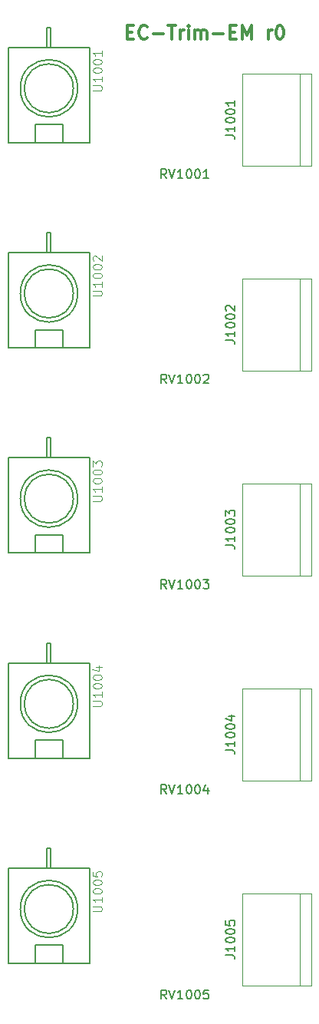
<source format=gbr>
G04 #@! TF.GenerationSoftware,KiCad,Pcbnew,(5.0.1-3-g963ef8bb5)*
G04 #@! TF.CreationDate,2019-10-31T13:33:25-05:00*
G04 #@! TF.ProjectId,ec_trim_12hp_module,65635F7472696D5F313268705F6D6F64,rev?*
G04 #@! TF.SameCoordinates,Original*
G04 #@! TF.FileFunction,Legend,Top*
G04 #@! TF.FilePolarity,Positive*
%FSLAX46Y46*%
G04 Gerber Fmt 4.6, Leading zero omitted, Abs format (unit mm)*
G04 Created by KiCad (PCBNEW (5.0.1-3-g963ef8bb5)) date Thursday, October 31, 2019 at 01:33:25 PM*
%MOMM*%
%LPD*%
G01*
G04 APERTURE LIST*
%ADD10C,0.300000*%
%ADD11C,0.120000*%
%ADD12C,0.127000*%
%ADD13C,0.150000*%
%ADD14C,0.050000*%
G04 APERTURE END LIST*
D10*
X91087857Y-41548857D02*
X91587857Y-41548857D01*
X91802142Y-42334571D02*
X91087857Y-42334571D01*
X91087857Y-40834571D01*
X91802142Y-40834571D01*
X93302142Y-42191714D02*
X93230714Y-42263142D01*
X93016428Y-42334571D01*
X92873571Y-42334571D01*
X92659285Y-42263142D01*
X92516428Y-42120285D01*
X92445000Y-41977428D01*
X92373571Y-41691714D01*
X92373571Y-41477428D01*
X92445000Y-41191714D01*
X92516428Y-41048857D01*
X92659285Y-40906000D01*
X92873571Y-40834571D01*
X93016428Y-40834571D01*
X93230714Y-40906000D01*
X93302142Y-40977428D01*
X93945000Y-41763142D02*
X95087857Y-41763142D01*
X95587857Y-40834571D02*
X96445000Y-40834571D01*
X96016428Y-42334571D02*
X96016428Y-40834571D01*
X96945000Y-42334571D02*
X96945000Y-41334571D01*
X96945000Y-41620285D02*
X97016428Y-41477428D01*
X97087857Y-41406000D01*
X97230714Y-41334571D01*
X97373571Y-41334571D01*
X97873571Y-42334571D02*
X97873571Y-41334571D01*
X97873571Y-40834571D02*
X97802142Y-40906000D01*
X97873571Y-40977428D01*
X97945000Y-40906000D01*
X97873571Y-40834571D01*
X97873571Y-40977428D01*
X98587857Y-42334571D02*
X98587857Y-41334571D01*
X98587857Y-41477428D02*
X98659285Y-41406000D01*
X98802142Y-41334571D01*
X99016428Y-41334571D01*
X99159285Y-41406000D01*
X99230714Y-41548857D01*
X99230714Y-42334571D01*
X99230714Y-41548857D02*
X99302142Y-41406000D01*
X99445000Y-41334571D01*
X99659285Y-41334571D01*
X99802142Y-41406000D01*
X99873571Y-41548857D01*
X99873571Y-42334571D01*
X100587857Y-41763142D02*
X101730714Y-41763142D01*
X102445000Y-41548857D02*
X102945000Y-41548857D01*
X103159285Y-42334571D02*
X102445000Y-42334571D01*
X102445000Y-40834571D01*
X103159285Y-40834571D01*
X103802142Y-42334571D02*
X103802142Y-40834571D01*
X104302142Y-41906000D01*
X104802142Y-40834571D01*
X104802142Y-42334571D01*
X106659285Y-42334571D02*
X106659285Y-41334571D01*
X106659285Y-41620285D02*
X106730714Y-41477428D01*
X106802142Y-41406000D01*
X106945000Y-41334571D01*
X107087857Y-41334571D01*
X107873571Y-40834571D02*
X108016428Y-40834571D01*
X108159285Y-40906000D01*
X108230714Y-40977428D01*
X108302142Y-41120285D01*
X108373571Y-41406000D01*
X108373571Y-41763142D01*
X108302142Y-42048857D01*
X108230714Y-42191714D01*
X108159285Y-42263142D01*
X108016428Y-42334571D01*
X107873571Y-42334571D01*
X107730714Y-42263142D01*
X107659285Y-42191714D01*
X107587857Y-42048857D01*
X107516428Y-41763142D01*
X107516428Y-41406000D01*
X107587857Y-41120285D01*
X107659285Y-40977428D01*
X107730714Y-40906000D01*
X107873571Y-40834571D01*
D11*
G04 #@! TO.C,J1004*
X111411000Y-124079000D02*
X111411000Y-113919000D01*
X103791000Y-124079000D02*
X111411000Y-124079000D01*
X103791000Y-113919000D02*
X103791000Y-124079000D01*
X111411000Y-113919000D02*
X103791000Y-113919000D01*
X110141000Y-113919000D02*
X110141000Y-124079000D01*
G04 #@! TO.C,J1005*
X110141000Y-136525000D02*
X110141000Y-146685000D01*
X111411000Y-136525000D02*
X103791000Y-136525000D01*
X103791000Y-136525000D02*
X103791000Y-146685000D01*
X103791000Y-146685000D02*
X111411000Y-146685000D01*
X111411000Y-146685000D02*
X111411000Y-136525000D01*
G04 #@! TO.C,J1002*
X111411000Y-78867000D02*
X111411000Y-68707000D01*
X103791000Y-78867000D02*
X111411000Y-78867000D01*
X103791000Y-68707000D02*
X103791000Y-78867000D01*
X111411000Y-68707000D02*
X103791000Y-68707000D01*
X110141000Y-68707000D02*
X110141000Y-78867000D01*
G04 #@! TO.C,J1003*
X110141000Y-91313000D02*
X110141000Y-101473000D01*
X111411000Y-91313000D02*
X103791000Y-91313000D01*
X103791000Y-91313000D02*
X103791000Y-101473000D01*
X103791000Y-101473000D02*
X111411000Y-101473000D01*
X111411000Y-101473000D02*
X111411000Y-91313000D01*
D12*
G04 #@! TO.C,U1004*
X82255000Y-108944250D02*
X82255000Y-111144250D01*
X82655000Y-108944250D02*
X82255000Y-108944250D01*
X82655000Y-111044250D02*
X82655000Y-108944250D01*
X85145720Y-115644250D02*
G75*
G03X85145720Y-115644250I-2690720J0D01*
G01*
X80955000Y-119644250D02*
X80955000Y-121644250D01*
X83955000Y-119644250D02*
X80955000Y-119644250D01*
X83955000Y-121644250D02*
X83955000Y-119644250D01*
X85617280Y-115644250D02*
G75*
G03X85617280Y-115644250I-3162280J0D01*
G01*
X77955000Y-111144250D02*
X77955000Y-121644250D01*
X82255000Y-111144250D02*
X77955000Y-111144250D01*
X86955000Y-111144250D02*
X82255000Y-111144250D01*
X86955000Y-121644250D02*
X86955000Y-111144250D01*
X80955000Y-121644250D02*
X77955000Y-121644250D01*
X83955000Y-121644250D02*
X80955000Y-121644250D01*
X86955000Y-121644250D02*
X83955000Y-121644250D01*
G04 #@! TO.C,U1005*
X86955000Y-144275000D02*
X83955000Y-144275000D01*
X83955000Y-144275000D02*
X80955000Y-144275000D01*
X80955000Y-144275000D02*
X77955000Y-144275000D01*
X86955000Y-144275000D02*
X86955000Y-133775000D01*
X86955000Y-133775000D02*
X82255000Y-133775000D01*
X82255000Y-133775000D02*
X77955000Y-133775000D01*
X77955000Y-133775000D02*
X77955000Y-144275000D01*
X85617280Y-138275000D02*
G75*
G03X85617280Y-138275000I-3162280J0D01*
G01*
X83955000Y-144275000D02*
X83955000Y-142275000D01*
X83955000Y-142275000D02*
X80955000Y-142275000D01*
X80955000Y-142275000D02*
X80955000Y-144275000D01*
X85145720Y-138275000D02*
G75*
G03X85145720Y-138275000I-2690720J0D01*
G01*
X82655000Y-133675000D02*
X82655000Y-131575000D01*
X82655000Y-131575000D02*
X82255000Y-131575000D01*
X82255000Y-131575000D02*
X82255000Y-133775000D01*
G04 #@! TO.C,U1002*
X82255000Y-63682750D02*
X82255000Y-65882750D01*
X82655000Y-63682750D02*
X82255000Y-63682750D01*
X82655000Y-65782750D02*
X82655000Y-63682750D01*
X85145720Y-70382750D02*
G75*
G03X85145720Y-70382750I-2690720J0D01*
G01*
X80955000Y-74382750D02*
X80955000Y-76382750D01*
X83955000Y-74382750D02*
X80955000Y-74382750D01*
X83955000Y-76382750D02*
X83955000Y-74382750D01*
X85617280Y-70382750D02*
G75*
G03X85617280Y-70382750I-3162280J0D01*
G01*
X77955000Y-65882750D02*
X77955000Y-76382750D01*
X82255000Y-65882750D02*
X77955000Y-65882750D01*
X86955000Y-65882750D02*
X82255000Y-65882750D01*
X86955000Y-76382750D02*
X86955000Y-65882750D01*
X80955000Y-76382750D02*
X77955000Y-76382750D01*
X83955000Y-76382750D02*
X80955000Y-76382750D01*
X86955000Y-76382750D02*
X83955000Y-76382750D01*
G04 #@! TO.C,U1003*
X86955000Y-99013500D02*
X83955000Y-99013500D01*
X83955000Y-99013500D02*
X80955000Y-99013500D01*
X80955000Y-99013500D02*
X77955000Y-99013500D01*
X86955000Y-99013500D02*
X86955000Y-88513500D01*
X86955000Y-88513500D02*
X82255000Y-88513500D01*
X82255000Y-88513500D02*
X77955000Y-88513500D01*
X77955000Y-88513500D02*
X77955000Y-99013500D01*
X85617280Y-93013500D02*
G75*
G03X85617280Y-93013500I-3162280J0D01*
G01*
X83955000Y-99013500D02*
X83955000Y-97013500D01*
X83955000Y-97013500D02*
X80955000Y-97013500D01*
X80955000Y-97013500D02*
X80955000Y-99013500D01*
X85145720Y-93013500D02*
G75*
G03X85145720Y-93013500I-2690720J0D01*
G01*
X82655000Y-88413500D02*
X82655000Y-86313500D01*
X82655000Y-86313500D02*
X82255000Y-86313500D01*
X82255000Y-86313500D02*
X82255000Y-88513500D01*
D11*
G04 #@! TO.C,J1001*
X110141000Y-46101000D02*
X110141000Y-56261000D01*
X111411000Y-46101000D02*
X103791000Y-46101000D01*
X103791000Y-46101000D02*
X103791000Y-56261000D01*
X103791000Y-56261000D02*
X111411000Y-56261000D01*
X111411000Y-56261000D02*
X111411000Y-46101000D01*
D12*
G04 #@! TO.C,U1001*
X86955000Y-53752000D02*
X83955000Y-53752000D01*
X83955000Y-53752000D02*
X80955000Y-53752000D01*
X80955000Y-53752000D02*
X77955000Y-53752000D01*
X86955000Y-53752000D02*
X86955000Y-43252000D01*
X86955000Y-43252000D02*
X82255000Y-43252000D01*
X82255000Y-43252000D02*
X77955000Y-43252000D01*
X77955000Y-43252000D02*
X77955000Y-53752000D01*
X85617280Y-47752000D02*
G75*
G03X85617280Y-47752000I-3162280J0D01*
G01*
X83955000Y-53752000D02*
X83955000Y-51752000D01*
X83955000Y-51752000D02*
X80955000Y-51752000D01*
X80955000Y-51752000D02*
X80955000Y-53752000D01*
X85145720Y-47752000D02*
G75*
G03X85145720Y-47752000I-2690720J0D01*
G01*
X82655000Y-43152000D02*
X82655000Y-41052000D01*
X82655000Y-41052000D02*
X82255000Y-41052000D01*
X82255000Y-41052000D02*
X82255000Y-43252000D01*
G04 #@! TO.C,J1004*
D13*
X101973380Y-120760904D02*
X102687666Y-120760904D01*
X102830523Y-120808523D01*
X102925761Y-120903761D01*
X102973380Y-121046619D01*
X102973380Y-121141857D01*
X102973380Y-119760904D02*
X102973380Y-120332333D01*
X102973380Y-120046619D02*
X101973380Y-120046619D01*
X102116238Y-120141857D01*
X102211476Y-120237095D01*
X102259095Y-120332333D01*
X101973380Y-119141857D02*
X101973380Y-119046619D01*
X102021000Y-118951380D01*
X102068619Y-118903761D01*
X102163857Y-118856142D01*
X102354333Y-118808523D01*
X102592428Y-118808523D01*
X102782904Y-118856142D01*
X102878142Y-118903761D01*
X102925761Y-118951380D01*
X102973380Y-119046619D01*
X102973380Y-119141857D01*
X102925761Y-119237095D01*
X102878142Y-119284714D01*
X102782904Y-119332333D01*
X102592428Y-119379952D01*
X102354333Y-119379952D01*
X102163857Y-119332333D01*
X102068619Y-119284714D01*
X102021000Y-119237095D01*
X101973380Y-119141857D01*
X101973380Y-118189476D02*
X101973380Y-118094238D01*
X102021000Y-117999000D01*
X102068619Y-117951380D01*
X102163857Y-117903761D01*
X102354333Y-117856142D01*
X102592428Y-117856142D01*
X102782904Y-117903761D01*
X102878142Y-117951380D01*
X102925761Y-117999000D01*
X102973380Y-118094238D01*
X102973380Y-118189476D01*
X102925761Y-118284714D01*
X102878142Y-118332333D01*
X102782904Y-118379952D01*
X102592428Y-118427571D01*
X102354333Y-118427571D01*
X102163857Y-118379952D01*
X102068619Y-118332333D01*
X102021000Y-118284714D01*
X101973380Y-118189476D01*
X102306714Y-116999000D02*
X102973380Y-116999000D01*
X101925761Y-117237095D02*
X102640047Y-117475190D01*
X102640047Y-116856142D01*
G04 #@! TO.C,J1005*
X101973380Y-143366904D02*
X102687666Y-143366904D01*
X102830523Y-143414523D01*
X102925761Y-143509761D01*
X102973380Y-143652619D01*
X102973380Y-143747857D01*
X102973380Y-142366904D02*
X102973380Y-142938333D01*
X102973380Y-142652619D02*
X101973380Y-142652619D01*
X102116238Y-142747857D01*
X102211476Y-142843095D01*
X102259095Y-142938333D01*
X101973380Y-141747857D02*
X101973380Y-141652619D01*
X102021000Y-141557380D01*
X102068619Y-141509761D01*
X102163857Y-141462142D01*
X102354333Y-141414523D01*
X102592428Y-141414523D01*
X102782904Y-141462142D01*
X102878142Y-141509761D01*
X102925761Y-141557380D01*
X102973380Y-141652619D01*
X102973380Y-141747857D01*
X102925761Y-141843095D01*
X102878142Y-141890714D01*
X102782904Y-141938333D01*
X102592428Y-141985952D01*
X102354333Y-141985952D01*
X102163857Y-141938333D01*
X102068619Y-141890714D01*
X102021000Y-141843095D01*
X101973380Y-141747857D01*
X101973380Y-140795476D02*
X101973380Y-140700238D01*
X102021000Y-140605000D01*
X102068619Y-140557380D01*
X102163857Y-140509761D01*
X102354333Y-140462142D01*
X102592428Y-140462142D01*
X102782904Y-140509761D01*
X102878142Y-140557380D01*
X102925761Y-140605000D01*
X102973380Y-140700238D01*
X102973380Y-140795476D01*
X102925761Y-140890714D01*
X102878142Y-140938333D01*
X102782904Y-140985952D01*
X102592428Y-141033571D01*
X102354333Y-141033571D01*
X102163857Y-140985952D01*
X102068619Y-140938333D01*
X102021000Y-140890714D01*
X101973380Y-140795476D01*
X101973380Y-139557380D02*
X101973380Y-140033571D01*
X102449571Y-140081190D01*
X102401952Y-140033571D01*
X102354333Y-139938333D01*
X102354333Y-139700238D01*
X102401952Y-139605000D01*
X102449571Y-139557380D01*
X102544809Y-139509761D01*
X102782904Y-139509761D01*
X102878142Y-139557380D01*
X102925761Y-139605000D01*
X102973380Y-139700238D01*
X102973380Y-139938333D01*
X102925761Y-140033571D01*
X102878142Y-140081190D01*
G04 #@! TO.C,RV1002*
X95431190Y-80302130D02*
X95097857Y-79825940D01*
X94859761Y-80302130D02*
X94859761Y-79302130D01*
X95240714Y-79302130D01*
X95335952Y-79349750D01*
X95383571Y-79397369D01*
X95431190Y-79492607D01*
X95431190Y-79635464D01*
X95383571Y-79730702D01*
X95335952Y-79778321D01*
X95240714Y-79825940D01*
X94859761Y-79825940D01*
X95716904Y-79302130D02*
X96050238Y-80302130D01*
X96383571Y-79302130D01*
X97240714Y-80302130D02*
X96669285Y-80302130D01*
X96955000Y-80302130D02*
X96955000Y-79302130D01*
X96859761Y-79444988D01*
X96764523Y-79540226D01*
X96669285Y-79587845D01*
X97859761Y-79302130D02*
X97955000Y-79302130D01*
X98050238Y-79349750D01*
X98097857Y-79397369D01*
X98145476Y-79492607D01*
X98193095Y-79683083D01*
X98193095Y-79921178D01*
X98145476Y-80111654D01*
X98097857Y-80206892D01*
X98050238Y-80254511D01*
X97955000Y-80302130D01*
X97859761Y-80302130D01*
X97764523Y-80254511D01*
X97716904Y-80206892D01*
X97669285Y-80111654D01*
X97621666Y-79921178D01*
X97621666Y-79683083D01*
X97669285Y-79492607D01*
X97716904Y-79397369D01*
X97764523Y-79349750D01*
X97859761Y-79302130D01*
X98812142Y-79302130D02*
X98907380Y-79302130D01*
X99002619Y-79349750D01*
X99050238Y-79397369D01*
X99097857Y-79492607D01*
X99145476Y-79683083D01*
X99145476Y-79921178D01*
X99097857Y-80111654D01*
X99050238Y-80206892D01*
X99002619Y-80254511D01*
X98907380Y-80302130D01*
X98812142Y-80302130D01*
X98716904Y-80254511D01*
X98669285Y-80206892D01*
X98621666Y-80111654D01*
X98574047Y-79921178D01*
X98574047Y-79683083D01*
X98621666Y-79492607D01*
X98669285Y-79397369D01*
X98716904Y-79349750D01*
X98812142Y-79302130D01*
X99526428Y-79397369D02*
X99574047Y-79349750D01*
X99669285Y-79302130D01*
X99907380Y-79302130D01*
X100002619Y-79349750D01*
X100050238Y-79397369D01*
X100097857Y-79492607D01*
X100097857Y-79587845D01*
X100050238Y-79730702D01*
X99478809Y-80302130D01*
X100097857Y-80302130D01*
G04 #@! TO.C,RV1004*
X95431190Y-125563630D02*
X95097857Y-125087440D01*
X94859761Y-125563630D02*
X94859761Y-124563630D01*
X95240714Y-124563630D01*
X95335952Y-124611250D01*
X95383571Y-124658869D01*
X95431190Y-124754107D01*
X95431190Y-124896964D01*
X95383571Y-124992202D01*
X95335952Y-125039821D01*
X95240714Y-125087440D01*
X94859761Y-125087440D01*
X95716904Y-124563630D02*
X96050238Y-125563630D01*
X96383571Y-124563630D01*
X97240714Y-125563630D02*
X96669285Y-125563630D01*
X96955000Y-125563630D02*
X96955000Y-124563630D01*
X96859761Y-124706488D01*
X96764523Y-124801726D01*
X96669285Y-124849345D01*
X97859761Y-124563630D02*
X97955000Y-124563630D01*
X98050238Y-124611250D01*
X98097857Y-124658869D01*
X98145476Y-124754107D01*
X98193095Y-124944583D01*
X98193095Y-125182678D01*
X98145476Y-125373154D01*
X98097857Y-125468392D01*
X98050238Y-125516011D01*
X97955000Y-125563630D01*
X97859761Y-125563630D01*
X97764523Y-125516011D01*
X97716904Y-125468392D01*
X97669285Y-125373154D01*
X97621666Y-125182678D01*
X97621666Y-124944583D01*
X97669285Y-124754107D01*
X97716904Y-124658869D01*
X97764523Y-124611250D01*
X97859761Y-124563630D01*
X98812142Y-124563630D02*
X98907380Y-124563630D01*
X99002619Y-124611250D01*
X99050238Y-124658869D01*
X99097857Y-124754107D01*
X99145476Y-124944583D01*
X99145476Y-125182678D01*
X99097857Y-125373154D01*
X99050238Y-125468392D01*
X99002619Y-125516011D01*
X98907380Y-125563630D01*
X98812142Y-125563630D01*
X98716904Y-125516011D01*
X98669285Y-125468392D01*
X98621666Y-125373154D01*
X98574047Y-125182678D01*
X98574047Y-124944583D01*
X98621666Y-124754107D01*
X98669285Y-124658869D01*
X98716904Y-124611250D01*
X98812142Y-124563630D01*
X100002619Y-124896964D02*
X100002619Y-125563630D01*
X99764523Y-124516011D02*
X99526428Y-125230297D01*
X100145476Y-125230297D01*
G04 #@! TO.C,RV1005*
X95431190Y-148194380D02*
X95097857Y-147718190D01*
X94859761Y-148194380D02*
X94859761Y-147194380D01*
X95240714Y-147194380D01*
X95335952Y-147242000D01*
X95383571Y-147289619D01*
X95431190Y-147384857D01*
X95431190Y-147527714D01*
X95383571Y-147622952D01*
X95335952Y-147670571D01*
X95240714Y-147718190D01*
X94859761Y-147718190D01*
X95716904Y-147194380D02*
X96050238Y-148194380D01*
X96383571Y-147194380D01*
X97240714Y-148194380D02*
X96669285Y-148194380D01*
X96955000Y-148194380D02*
X96955000Y-147194380D01*
X96859761Y-147337238D01*
X96764523Y-147432476D01*
X96669285Y-147480095D01*
X97859761Y-147194380D02*
X97955000Y-147194380D01*
X98050238Y-147242000D01*
X98097857Y-147289619D01*
X98145476Y-147384857D01*
X98193095Y-147575333D01*
X98193095Y-147813428D01*
X98145476Y-148003904D01*
X98097857Y-148099142D01*
X98050238Y-148146761D01*
X97955000Y-148194380D01*
X97859761Y-148194380D01*
X97764523Y-148146761D01*
X97716904Y-148099142D01*
X97669285Y-148003904D01*
X97621666Y-147813428D01*
X97621666Y-147575333D01*
X97669285Y-147384857D01*
X97716904Y-147289619D01*
X97764523Y-147242000D01*
X97859761Y-147194380D01*
X98812142Y-147194380D02*
X98907380Y-147194380D01*
X99002619Y-147242000D01*
X99050238Y-147289619D01*
X99097857Y-147384857D01*
X99145476Y-147575333D01*
X99145476Y-147813428D01*
X99097857Y-148003904D01*
X99050238Y-148099142D01*
X99002619Y-148146761D01*
X98907380Y-148194380D01*
X98812142Y-148194380D01*
X98716904Y-148146761D01*
X98669285Y-148099142D01*
X98621666Y-148003904D01*
X98574047Y-147813428D01*
X98574047Y-147575333D01*
X98621666Y-147384857D01*
X98669285Y-147289619D01*
X98716904Y-147242000D01*
X98812142Y-147194380D01*
X100050238Y-147194380D02*
X99574047Y-147194380D01*
X99526428Y-147670571D01*
X99574047Y-147622952D01*
X99669285Y-147575333D01*
X99907380Y-147575333D01*
X100002619Y-147622952D01*
X100050238Y-147670571D01*
X100097857Y-147765809D01*
X100097857Y-148003904D01*
X100050238Y-148099142D01*
X100002619Y-148146761D01*
X99907380Y-148194380D01*
X99669285Y-148194380D01*
X99574047Y-148146761D01*
X99526428Y-148099142D01*
G04 #@! TO.C,RV1003*
X95431190Y-102932880D02*
X95097857Y-102456690D01*
X94859761Y-102932880D02*
X94859761Y-101932880D01*
X95240714Y-101932880D01*
X95335952Y-101980500D01*
X95383571Y-102028119D01*
X95431190Y-102123357D01*
X95431190Y-102266214D01*
X95383571Y-102361452D01*
X95335952Y-102409071D01*
X95240714Y-102456690D01*
X94859761Y-102456690D01*
X95716904Y-101932880D02*
X96050238Y-102932880D01*
X96383571Y-101932880D01*
X97240714Y-102932880D02*
X96669285Y-102932880D01*
X96955000Y-102932880D02*
X96955000Y-101932880D01*
X96859761Y-102075738D01*
X96764523Y-102170976D01*
X96669285Y-102218595D01*
X97859761Y-101932880D02*
X97955000Y-101932880D01*
X98050238Y-101980500D01*
X98097857Y-102028119D01*
X98145476Y-102123357D01*
X98193095Y-102313833D01*
X98193095Y-102551928D01*
X98145476Y-102742404D01*
X98097857Y-102837642D01*
X98050238Y-102885261D01*
X97955000Y-102932880D01*
X97859761Y-102932880D01*
X97764523Y-102885261D01*
X97716904Y-102837642D01*
X97669285Y-102742404D01*
X97621666Y-102551928D01*
X97621666Y-102313833D01*
X97669285Y-102123357D01*
X97716904Y-102028119D01*
X97764523Y-101980500D01*
X97859761Y-101932880D01*
X98812142Y-101932880D02*
X98907380Y-101932880D01*
X99002619Y-101980500D01*
X99050238Y-102028119D01*
X99097857Y-102123357D01*
X99145476Y-102313833D01*
X99145476Y-102551928D01*
X99097857Y-102742404D01*
X99050238Y-102837642D01*
X99002619Y-102885261D01*
X98907380Y-102932880D01*
X98812142Y-102932880D01*
X98716904Y-102885261D01*
X98669285Y-102837642D01*
X98621666Y-102742404D01*
X98574047Y-102551928D01*
X98574047Y-102313833D01*
X98621666Y-102123357D01*
X98669285Y-102028119D01*
X98716904Y-101980500D01*
X98812142Y-101932880D01*
X99478809Y-101932880D02*
X100097857Y-101932880D01*
X99764523Y-102313833D01*
X99907380Y-102313833D01*
X100002619Y-102361452D01*
X100050238Y-102409071D01*
X100097857Y-102504309D01*
X100097857Y-102742404D01*
X100050238Y-102837642D01*
X100002619Y-102885261D01*
X99907380Y-102932880D01*
X99621666Y-102932880D01*
X99526428Y-102885261D01*
X99478809Y-102837642D01*
G04 #@! TO.C,J1002*
X101973380Y-75548904D02*
X102687666Y-75548904D01*
X102830523Y-75596523D01*
X102925761Y-75691761D01*
X102973380Y-75834619D01*
X102973380Y-75929857D01*
X102973380Y-74548904D02*
X102973380Y-75120333D01*
X102973380Y-74834619D02*
X101973380Y-74834619D01*
X102116238Y-74929857D01*
X102211476Y-75025095D01*
X102259095Y-75120333D01*
X101973380Y-73929857D02*
X101973380Y-73834619D01*
X102021000Y-73739380D01*
X102068619Y-73691761D01*
X102163857Y-73644142D01*
X102354333Y-73596523D01*
X102592428Y-73596523D01*
X102782904Y-73644142D01*
X102878142Y-73691761D01*
X102925761Y-73739380D01*
X102973380Y-73834619D01*
X102973380Y-73929857D01*
X102925761Y-74025095D01*
X102878142Y-74072714D01*
X102782904Y-74120333D01*
X102592428Y-74167952D01*
X102354333Y-74167952D01*
X102163857Y-74120333D01*
X102068619Y-74072714D01*
X102021000Y-74025095D01*
X101973380Y-73929857D01*
X101973380Y-72977476D02*
X101973380Y-72882238D01*
X102021000Y-72787000D01*
X102068619Y-72739380D01*
X102163857Y-72691761D01*
X102354333Y-72644142D01*
X102592428Y-72644142D01*
X102782904Y-72691761D01*
X102878142Y-72739380D01*
X102925761Y-72787000D01*
X102973380Y-72882238D01*
X102973380Y-72977476D01*
X102925761Y-73072714D01*
X102878142Y-73120333D01*
X102782904Y-73167952D01*
X102592428Y-73215571D01*
X102354333Y-73215571D01*
X102163857Y-73167952D01*
X102068619Y-73120333D01*
X102021000Y-73072714D01*
X101973380Y-72977476D01*
X102068619Y-72263190D02*
X102021000Y-72215571D01*
X101973380Y-72120333D01*
X101973380Y-71882238D01*
X102021000Y-71787000D01*
X102068619Y-71739380D01*
X102163857Y-71691761D01*
X102259095Y-71691761D01*
X102401952Y-71739380D01*
X102973380Y-72310809D01*
X102973380Y-71691761D01*
G04 #@! TO.C,J1003*
X101973380Y-98154904D02*
X102687666Y-98154904D01*
X102830523Y-98202523D01*
X102925761Y-98297761D01*
X102973380Y-98440619D01*
X102973380Y-98535857D01*
X102973380Y-97154904D02*
X102973380Y-97726333D01*
X102973380Y-97440619D02*
X101973380Y-97440619D01*
X102116238Y-97535857D01*
X102211476Y-97631095D01*
X102259095Y-97726333D01*
X101973380Y-96535857D02*
X101973380Y-96440619D01*
X102021000Y-96345380D01*
X102068619Y-96297761D01*
X102163857Y-96250142D01*
X102354333Y-96202523D01*
X102592428Y-96202523D01*
X102782904Y-96250142D01*
X102878142Y-96297761D01*
X102925761Y-96345380D01*
X102973380Y-96440619D01*
X102973380Y-96535857D01*
X102925761Y-96631095D01*
X102878142Y-96678714D01*
X102782904Y-96726333D01*
X102592428Y-96773952D01*
X102354333Y-96773952D01*
X102163857Y-96726333D01*
X102068619Y-96678714D01*
X102021000Y-96631095D01*
X101973380Y-96535857D01*
X101973380Y-95583476D02*
X101973380Y-95488238D01*
X102021000Y-95393000D01*
X102068619Y-95345380D01*
X102163857Y-95297761D01*
X102354333Y-95250142D01*
X102592428Y-95250142D01*
X102782904Y-95297761D01*
X102878142Y-95345380D01*
X102925761Y-95393000D01*
X102973380Y-95488238D01*
X102973380Y-95583476D01*
X102925761Y-95678714D01*
X102878142Y-95726333D01*
X102782904Y-95773952D01*
X102592428Y-95821571D01*
X102354333Y-95821571D01*
X102163857Y-95773952D01*
X102068619Y-95726333D01*
X102021000Y-95678714D01*
X101973380Y-95583476D01*
X101973380Y-94916809D02*
X101973380Y-94297761D01*
X102354333Y-94631095D01*
X102354333Y-94488238D01*
X102401952Y-94393000D01*
X102449571Y-94345380D01*
X102544809Y-94297761D01*
X102782904Y-94297761D01*
X102878142Y-94345380D01*
X102925761Y-94393000D01*
X102973380Y-94488238D01*
X102973380Y-94773952D01*
X102925761Y-94869190D01*
X102878142Y-94916809D01*
G04 #@! TO.C,U1004*
D14*
X87292180Y-115904326D02*
X88101704Y-115904326D01*
X88196942Y-115856707D01*
X88244561Y-115809088D01*
X88292180Y-115713850D01*
X88292180Y-115523373D01*
X88244561Y-115428135D01*
X88196942Y-115380516D01*
X88101704Y-115332897D01*
X87292180Y-115332897D01*
X88292180Y-114332897D02*
X88292180Y-114904326D01*
X88292180Y-114618611D02*
X87292180Y-114618611D01*
X87435038Y-114713850D01*
X87530276Y-114809088D01*
X87577895Y-114904326D01*
X87292180Y-113713850D02*
X87292180Y-113618611D01*
X87339800Y-113523373D01*
X87387419Y-113475754D01*
X87482657Y-113428135D01*
X87673133Y-113380516D01*
X87911228Y-113380516D01*
X88101704Y-113428135D01*
X88196942Y-113475754D01*
X88244561Y-113523373D01*
X88292180Y-113618611D01*
X88292180Y-113713850D01*
X88244561Y-113809088D01*
X88196942Y-113856707D01*
X88101704Y-113904326D01*
X87911228Y-113951945D01*
X87673133Y-113951945D01*
X87482657Y-113904326D01*
X87387419Y-113856707D01*
X87339800Y-113809088D01*
X87292180Y-113713850D01*
X87292180Y-112761469D02*
X87292180Y-112666230D01*
X87339800Y-112570992D01*
X87387419Y-112523373D01*
X87482657Y-112475754D01*
X87673133Y-112428135D01*
X87911228Y-112428135D01*
X88101704Y-112475754D01*
X88196942Y-112523373D01*
X88244561Y-112570992D01*
X88292180Y-112666230D01*
X88292180Y-112761469D01*
X88244561Y-112856707D01*
X88196942Y-112904326D01*
X88101704Y-112951945D01*
X87911228Y-112999564D01*
X87673133Y-112999564D01*
X87482657Y-112951945D01*
X87387419Y-112904326D01*
X87339800Y-112856707D01*
X87292180Y-112761469D01*
X87625514Y-111570992D02*
X88292180Y-111570992D01*
X87244561Y-111809088D02*
X87958847Y-112047183D01*
X87958847Y-111428135D01*
G04 #@! TO.C,U1005*
X87292180Y-138535076D02*
X88101704Y-138535076D01*
X88196942Y-138487457D01*
X88244561Y-138439838D01*
X88292180Y-138344600D01*
X88292180Y-138154123D01*
X88244561Y-138058885D01*
X88196942Y-138011266D01*
X88101704Y-137963647D01*
X87292180Y-137963647D01*
X88292180Y-136963647D02*
X88292180Y-137535076D01*
X88292180Y-137249361D02*
X87292180Y-137249361D01*
X87435038Y-137344600D01*
X87530276Y-137439838D01*
X87577895Y-137535076D01*
X87292180Y-136344600D02*
X87292180Y-136249361D01*
X87339800Y-136154123D01*
X87387419Y-136106504D01*
X87482657Y-136058885D01*
X87673133Y-136011266D01*
X87911228Y-136011266D01*
X88101704Y-136058885D01*
X88196942Y-136106504D01*
X88244561Y-136154123D01*
X88292180Y-136249361D01*
X88292180Y-136344600D01*
X88244561Y-136439838D01*
X88196942Y-136487457D01*
X88101704Y-136535076D01*
X87911228Y-136582695D01*
X87673133Y-136582695D01*
X87482657Y-136535076D01*
X87387419Y-136487457D01*
X87339800Y-136439838D01*
X87292180Y-136344600D01*
X87292180Y-135392219D02*
X87292180Y-135296980D01*
X87339800Y-135201742D01*
X87387419Y-135154123D01*
X87482657Y-135106504D01*
X87673133Y-135058885D01*
X87911228Y-135058885D01*
X88101704Y-135106504D01*
X88196942Y-135154123D01*
X88244561Y-135201742D01*
X88292180Y-135296980D01*
X88292180Y-135392219D01*
X88244561Y-135487457D01*
X88196942Y-135535076D01*
X88101704Y-135582695D01*
X87911228Y-135630314D01*
X87673133Y-135630314D01*
X87482657Y-135582695D01*
X87387419Y-135535076D01*
X87339800Y-135487457D01*
X87292180Y-135392219D01*
X87292180Y-134154123D02*
X87292180Y-134630314D01*
X87768371Y-134677933D01*
X87720752Y-134630314D01*
X87673133Y-134535076D01*
X87673133Y-134296980D01*
X87720752Y-134201742D01*
X87768371Y-134154123D01*
X87863609Y-134106504D01*
X88101704Y-134106504D01*
X88196942Y-134154123D01*
X88244561Y-134201742D01*
X88292180Y-134296980D01*
X88292180Y-134535076D01*
X88244561Y-134630314D01*
X88196942Y-134677933D01*
G04 #@! TO.C,U1002*
X87292180Y-70642826D02*
X88101704Y-70642826D01*
X88196942Y-70595207D01*
X88244561Y-70547588D01*
X88292180Y-70452350D01*
X88292180Y-70261873D01*
X88244561Y-70166635D01*
X88196942Y-70119016D01*
X88101704Y-70071397D01*
X87292180Y-70071397D01*
X88292180Y-69071397D02*
X88292180Y-69642826D01*
X88292180Y-69357111D02*
X87292180Y-69357111D01*
X87435038Y-69452350D01*
X87530276Y-69547588D01*
X87577895Y-69642826D01*
X87292180Y-68452350D02*
X87292180Y-68357111D01*
X87339800Y-68261873D01*
X87387419Y-68214254D01*
X87482657Y-68166635D01*
X87673133Y-68119016D01*
X87911228Y-68119016D01*
X88101704Y-68166635D01*
X88196942Y-68214254D01*
X88244561Y-68261873D01*
X88292180Y-68357111D01*
X88292180Y-68452350D01*
X88244561Y-68547588D01*
X88196942Y-68595207D01*
X88101704Y-68642826D01*
X87911228Y-68690445D01*
X87673133Y-68690445D01*
X87482657Y-68642826D01*
X87387419Y-68595207D01*
X87339800Y-68547588D01*
X87292180Y-68452350D01*
X87292180Y-67499969D02*
X87292180Y-67404730D01*
X87339800Y-67309492D01*
X87387419Y-67261873D01*
X87482657Y-67214254D01*
X87673133Y-67166635D01*
X87911228Y-67166635D01*
X88101704Y-67214254D01*
X88196942Y-67261873D01*
X88244561Y-67309492D01*
X88292180Y-67404730D01*
X88292180Y-67499969D01*
X88244561Y-67595207D01*
X88196942Y-67642826D01*
X88101704Y-67690445D01*
X87911228Y-67738064D01*
X87673133Y-67738064D01*
X87482657Y-67690445D01*
X87387419Y-67642826D01*
X87339800Y-67595207D01*
X87292180Y-67499969D01*
X87387419Y-66785683D02*
X87339800Y-66738064D01*
X87292180Y-66642826D01*
X87292180Y-66404730D01*
X87339800Y-66309492D01*
X87387419Y-66261873D01*
X87482657Y-66214254D01*
X87577895Y-66214254D01*
X87720752Y-66261873D01*
X88292180Y-66833302D01*
X88292180Y-66214254D01*
G04 #@! TO.C,U1003*
X87292180Y-93273576D02*
X88101704Y-93273576D01*
X88196942Y-93225957D01*
X88244561Y-93178338D01*
X88292180Y-93083100D01*
X88292180Y-92892623D01*
X88244561Y-92797385D01*
X88196942Y-92749766D01*
X88101704Y-92702147D01*
X87292180Y-92702147D01*
X88292180Y-91702147D02*
X88292180Y-92273576D01*
X88292180Y-91987861D02*
X87292180Y-91987861D01*
X87435038Y-92083100D01*
X87530276Y-92178338D01*
X87577895Y-92273576D01*
X87292180Y-91083100D02*
X87292180Y-90987861D01*
X87339800Y-90892623D01*
X87387419Y-90845004D01*
X87482657Y-90797385D01*
X87673133Y-90749766D01*
X87911228Y-90749766D01*
X88101704Y-90797385D01*
X88196942Y-90845004D01*
X88244561Y-90892623D01*
X88292180Y-90987861D01*
X88292180Y-91083100D01*
X88244561Y-91178338D01*
X88196942Y-91225957D01*
X88101704Y-91273576D01*
X87911228Y-91321195D01*
X87673133Y-91321195D01*
X87482657Y-91273576D01*
X87387419Y-91225957D01*
X87339800Y-91178338D01*
X87292180Y-91083100D01*
X87292180Y-90130719D02*
X87292180Y-90035480D01*
X87339800Y-89940242D01*
X87387419Y-89892623D01*
X87482657Y-89845004D01*
X87673133Y-89797385D01*
X87911228Y-89797385D01*
X88101704Y-89845004D01*
X88196942Y-89892623D01*
X88244561Y-89940242D01*
X88292180Y-90035480D01*
X88292180Y-90130719D01*
X88244561Y-90225957D01*
X88196942Y-90273576D01*
X88101704Y-90321195D01*
X87911228Y-90368814D01*
X87673133Y-90368814D01*
X87482657Y-90321195D01*
X87387419Y-90273576D01*
X87339800Y-90225957D01*
X87292180Y-90130719D01*
X87292180Y-89464052D02*
X87292180Y-88845004D01*
X87673133Y-89178338D01*
X87673133Y-89035480D01*
X87720752Y-88940242D01*
X87768371Y-88892623D01*
X87863609Y-88845004D01*
X88101704Y-88845004D01*
X88196942Y-88892623D01*
X88244561Y-88940242D01*
X88292180Y-89035480D01*
X88292180Y-89321195D01*
X88244561Y-89416433D01*
X88196942Y-89464052D01*
G04 #@! TO.C,J1001*
D13*
X101973380Y-52942904D02*
X102687666Y-52942904D01*
X102830523Y-52990523D01*
X102925761Y-53085761D01*
X102973380Y-53228619D01*
X102973380Y-53323857D01*
X102973380Y-51942904D02*
X102973380Y-52514333D01*
X102973380Y-52228619D02*
X101973380Y-52228619D01*
X102116238Y-52323857D01*
X102211476Y-52419095D01*
X102259095Y-52514333D01*
X101973380Y-51323857D02*
X101973380Y-51228619D01*
X102021000Y-51133380D01*
X102068619Y-51085761D01*
X102163857Y-51038142D01*
X102354333Y-50990523D01*
X102592428Y-50990523D01*
X102782904Y-51038142D01*
X102878142Y-51085761D01*
X102925761Y-51133380D01*
X102973380Y-51228619D01*
X102973380Y-51323857D01*
X102925761Y-51419095D01*
X102878142Y-51466714D01*
X102782904Y-51514333D01*
X102592428Y-51561952D01*
X102354333Y-51561952D01*
X102163857Y-51514333D01*
X102068619Y-51466714D01*
X102021000Y-51419095D01*
X101973380Y-51323857D01*
X101973380Y-50371476D02*
X101973380Y-50276238D01*
X102021000Y-50181000D01*
X102068619Y-50133380D01*
X102163857Y-50085761D01*
X102354333Y-50038142D01*
X102592428Y-50038142D01*
X102782904Y-50085761D01*
X102878142Y-50133380D01*
X102925761Y-50181000D01*
X102973380Y-50276238D01*
X102973380Y-50371476D01*
X102925761Y-50466714D01*
X102878142Y-50514333D01*
X102782904Y-50561952D01*
X102592428Y-50609571D01*
X102354333Y-50609571D01*
X102163857Y-50561952D01*
X102068619Y-50514333D01*
X102021000Y-50466714D01*
X101973380Y-50371476D01*
X102973380Y-49085761D02*
X102973380Y-49657190D01*
X102973380Y-49371476D02*
X101973380Y-49371476D01*
X102116238Y-49466714D01*
X102211476Y-49561952D01*
X102259095Y-49657190D01*
G04 #@! TO.C,RV1001*
X95431190Y-57671380D02*
X95097857Y-57195190D01*
X94859761Y-57671380D02*
X94859761Y-56671380D01*
X95240714Y-56671380D01*
X95335952Y-56719000D01*
X95383571Y-56766619D01*
X95431190Y-56861857D01*
X95431190Y-57004714D01*
X95383571Y-57099952D01*
X95335952Y-57147571D01*
X95240714Y-57195190D01*
X94859761Y-57195190D01*
X95716904Y-56671380D02*
X96050238Y-57671380D01*
X96383571Y-56671380D01*
X97240714Y-57671380D02*
X96669285Y-57671380D01*
X96955000Y-57671380D02*
X96955000Y-56671380D01*
X96859761Y-56814238D01*
X96764523Y-56909476D01*
X96669285Y-56957095D01*
X97859761Y-56671380D02*
X97955000Y-56671380D01*
X98050238Y-56719000D01*
X98097857Y-56766619D01*
X98145476Y-56861857D01*
X98193095Y-57052333D01*
X98193095Y-57290428D01*
X98145476Y-57480904D01*
X98097857Y-57576142D01*
X98050238Y-57623761D01*
X97955000Y-57671380D01*
X97859761Y-57671380D01*
X97764523Y-57623761D01*
X97716904Y-57576142D01*
X97669285Y-57480904D01*
X97621666Y-57290428D01*
X97621666Y-57052333D01*
X97669285Y-56861857D01*
X97716904Y-56766619D01*
X97764523Y-56719000D01*
X97859761Y-56671380D01*
X98812142Y-56671380D02*
X98907380Y-56671380D01*
X99002619Y-56719000D01*
X99050238Y-56766619D01*
X99097857Y-56861857D01*
X99145476Y-57052333D01*
X99145476Y-57290428D01*
X99097857Y-57480904D01*
X99050238Y-57576142D01*
X99002619Y-57623761D01*
X98907380Y-57671380D01*
X98812142Y-57671380D01*
X98716904Y-57623761D01*
X98669285Y-57576142D01*
X98621666Y-57480904D01*
X98574047Y-57290428D01*
X98574047Y-57052333D01*
X98621666Y-56861857D01*
X98669285Y-56766619D01*
X98716904Y-56719000D01*
X98812142Y-56671380D01*
X100097857Y-57671380D02*
X99526428Y-57671380D01*
X99812142Y-57671380D02*
X99812142Y-56671380D01*
X99716904Y-56814238D01*
X99621666Y-56909476D01*
X99526428Y-56957095D01*
G04 #@! TO.C,U1001*
D14*
X87292180Y-48012076D02*
X88101704Y-48012076D01*
X88196942Y-47964457D01*
X88244561Y-47916838D01*
X88292180Y-47821600D01*
X88292180Y-47631123D01*
X88244561Y-47535885D01*
X88196942Y-47488266D01*
X88101704Y-47440647D01*
X87292180Y-47440647D01*
X88292180Y-46440647D02*
X88292180Y-47012076D01*
X88292180Y-46726361D02*
X87292180Y-46726361D01*
X87435038Y-46821600D01*
X87530276Y-46916838D01*
X87577895Y-47012076D01*
X87292180Y-45821600D02*
X87292180Y-45726361D01*
X87339800Y-45631123D01*
X87387419Y-45583504D01*
X87482657Y-45535885D01*
X87673133Y-45488266D01*
X87911228Y-45488266D01*
X88101704Y-45535885D01*
X88196942Y-45583504D01*
X88244561Y-45631123D01*
X88292180Y-45726361D01*
X88292180Y-45821600D01*
X88244561Y-45916838D01*
X88196942Y-45964457D01*
X88101704Y-46012076D01*
X87911228Y-46059695D01*
X87673133Y-46059695D01*
X87482657Y-46012076D01*
X87387419Y-45964457D01*
X87339800Y-45916838D01*
X87292180Y-45821600D01*
X87292180Y-44869219D02*
X87292180Y-44773980D01*
X87339800Y-44678742D01*
X87387419Y-44631123D01*
X87482657Y-44583504D01*
X87673133Y-44535885D01*
X87911228Y-44535885D01*
X88101704Y-44583504D01*
X88196942Y-44631123D01*
X88244561Y-44678742D01*
X88292180Y-44773980D01*
X88292180Y-44869219D01*
X88244561Y-44964457D01*
X88196942Y-45012076D01*
X88101704Y-45059695D01*
X87911228Y-45107314D01*
X87673133Y-45107314D01*
X87482657Y-45059695D01*
X87387419Y-45012076D01*
X87339800Y-44964457D01*
X87292180Y-44869219D01*
X88292180Y-43583504D02*
X88292180Y-44154933D01*
X88292180Y-43869219D02*
X87292180Y-43869219D01*
X87435038Y-43964457D01*
X87530276Y-44059695D01*
X87577895Y-44154933D01*
G04 #@! TD*
M02*

</source>
